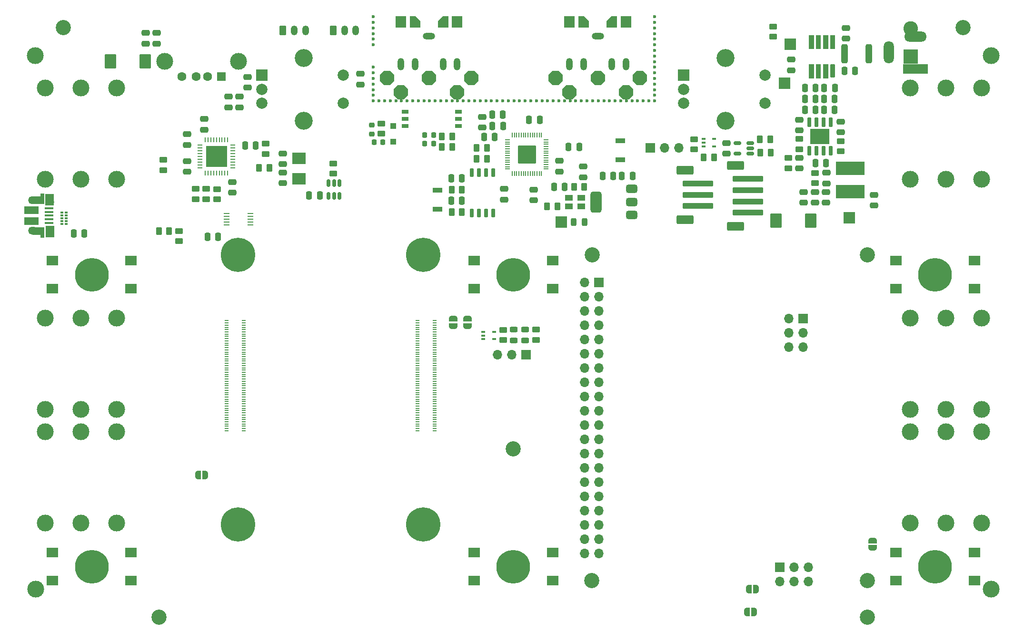
<source format=gbr>
%TF.GenerationSoftware,KiCad,Pcbnew,8.0.6+1*%
%TF.CreationDate,2024-12-16T18:12:13+00:00*%
%TF.ProjectId,pedalboard-hw,70656461-6c62-46f6-9172-642d68772e6b,4.0.1-RC*%
%TF.SameCoordinates,Original*%
%TF.FileFunction,Soldermask,Top*%
%TF.FilePolarity,Negative*%
%FSLAX46Y46*%
G04 Gerber Fmt 4.6, Leading zero omitted, Abs format (unit mm)*
G04 Created by KiCad (PCBNEW 8.0.6+1) date 2024-12-16 18:12:13*
%MOMM*%
%LPD*%
G01*
G04 APERTURE LIST*
G04 Aperture macros list*
%AMRoundRect*
0 Rectangle with rounded corners*
0 $1 Rounding radius*
0 $2 $3 $4 $5 $6 $7 $8 $9 X,Y pos of 4 corners*
0 Add a 4 corners polygon primitive as box body*
4,1,4,$2,$3,$4,$5,$6,$7,$8,$9,$2,$3,0*
0 Add four circle primitives for the rounded corners*
1,1,$1+$1,$2,$3*
1,1,$1+$1,$4,$5*
1,1,$1+$1,$6,$7*
1,1,$1+$1,$8,$9*
0 Add four rect primitives between the rounded corners*
20,1,$1+$1,$2,$3,$4,$5,0*
20,1,$1+$1,$4,$5,$6,$7,0*
20,1,$1+$1,$6,$7,$8,$9,0*
20,1,$1+$1,$8,$9,$2,$3,0*%
%AMFreePoly0*
4,1,19,0.500000,-0.750000,0.000000,-0.750000,0.000000,-0.744911,-0.071157,-0.744911,-0.207708,-0.704816,-0.327430,-0.627875,-0.420627,-0.520320,-0.479746,-0.390866,-0.500000,-0.250000,-0.500000,0.250000,-0.479746,0.390866,-0.420627,0.520320,-0.327430,0.627875,-0.207708,0.704816,-0.071157,0.744911,0.000000,0.744911,0.000000,0.750000,0.500000,0.750000,0.500000,-0.750000,0.500000,-0.750000,
$1*%
%AMFreePoly1*
4,1,19,0.000000,0.744911,0.071157,0.744911,0.207708,0.704816,0.327430,0.627875,0.420627,0.520320,0.479746,0.390866,0.500000,0.250000,0.500000,-0.250000,0.479746,-0.390866,0.420627,-0.520320,0.327430,-0.627875,0.207708,-0.704816,0.071157,-0.744911,0.000000,-0.744911,0.000000,-0.750000,-0.500000,-0.750000,-0.500000,0.750000,0.000000,0.750000,0.000000,0.744911,0.000000,0.744911,
$1*%
%AMFreePoly2*
4,1,17,0.553688,1.285921,1.285921,0.553688,1.300800,0.517767,1.300800,-0.517767,1.285921,-0.553688,0.553688,-1.285921,0.517767,-1.300800,-0.517767,-1.300800,-0.553688,-1.285921,-1.285921,-0.553688,-1.300800,-0.517767,-1.300800,0.517767,-1.285921,0.553688,-0.553688,1.285921,-0.517767,1.300800,0.517767,1.300800,0.553688,1.285921,0.553688,1.285921,$1*%
%AMFreePoly3*
4,1,14,0.935921,1.035921,0.950800,1.000000,0.950800,-0.100000,0.935921,-0.135921,0.035921,-1.035921,0.000000,-1.050800,-0.900000,-1.050800,-0.935921,-1.035921,-0.950800,-1.000000,-0.950800,1.000000,-0.935921,1.035921,-0.900000,1.050800,0.900000,1.050800,0.935921,1.035921,0.935921,1.035921,$1*%
%AMFreePoly4*
4,1,14,0.935921,1.035921,0.950800,1.000000,0.950800,-1.000000,0.935921,-1.035921,0.900000,-1.050800,0.000000,-1.050800,-0.035921,-1.035921,-0.935921,-0.135921,-0.950800,-0.100000,-0.950800,1.000000,-0.935921,1.035921,-0.900000,1.050800,0.900000,1.050800,0.935921,1.035921,0.935921,1.035921,$1*%
G04 Aperture macros list end*
%ADD10C,0.010000*%
%ADD11R,2.000000X2.000000*%
%ADD12RoundRect,0.250000X0.262500X0.450000X-0.262500X0.450000X-0.262500X-0.450000X0.262500X-0.450000X0*%
%ADD13RoundRect,0.250000X-0.262500X-0.450000X0.262500X-0.450000X0.262500X0.450000X-0.262500X0.450000X0*%
%ADD14RoundRect,0.250000X-0.250000X-0.475000X0.250000X-0.475000X0.250000X0.475000X-0.250000X0.475000X0*%
%ADD15RoundRect,0.250000X0.475000X-0.250000X0.475000X0.250000X-0.475000X0.250000X-0.475000X-0.250000X0*%
%ADD16C,2.700000*%
%ADD17C,3.000000*%
%ADD18O,1.200000X2.200000*%
%ADD19O,2.200000X1.200000*%
%ADD20RoundRect,0.250000X-0.475000X0.250000X-0.475000X-0.250000X0.475000X-0.250000X0.475000X0.250000X0*%
%ADD21R,4.400000X1.800000*%
%ADD22O,4.000000X1.800000*%
%ADD23O,1.800000X4.000000*%
%ADD24RoundRect,0.375000X0.625000X0.375000X-0.625000X0.375000X-0.625000X-0.375000X0.625000X-0.375000X0*%
%ADD25RoundRect,0.500000X0.500000X1.400000X-0.500000X1.400000X-0.500000X-1.400000X0.500000X-1.400000X0*%
%ADD26R,2.600000X2.600000*%
%ADD27C,2.600000*%
%ADD28RoundRect,0.250000X0.250000X0.475000X-0.250000X0.475000X-0.250000X-0.475000X0.250000X-0.475000X0*%
%ADD29RoundRect,0.250000X0.787500X1.025000X-0.787500X1.025000X-0.787500X-1.025000X0.787500X-1.025000X0*%
%ADD30R,1.700000X0.900000*%
%ADD31RoundRect,0.250000X-0.450000X0.262500X-0.450000X-0.262500X0.450000X-0.262500X0.450000X0.262500X0*%
%ADD32FreePoly0,0.000000*%
%ADD33FreePoly1,0.000000*%
%ADD34R,2.400000X2.000000*%
%ADD35R,1.700000X1.700000*%
%ADD36O,1.700000X1.700000*%
%ADD37R,1.400000X1.100000*%
%ADD38RoundRect,0.250000X0.450000X-0.262500X0.450000X0.262500X-0.450000X0.262500X-0.450000X-0.262500X0*%
%ADD39C,0.600000*%
%ADD40RoundRect,0.243750X0.243750X0.456250X-0.243750X0.456250X-0.243750X-0.456250X0.243750X-0.456250X0*%
%ADD41R,2.000000X1.800000*%
%ADD42FreePoly0,180.000000*%
%ADD43FreePoly1,180.000000*%
%ADD44FreePoly2,180.000000*%
%ADD45FreePoly2,270.000000*%
%ADD46FreePoly3,180.000000*%
%ADD47RoundRect,0.050800X0.900000X1.000000X-0.900000X1.000000X-0.900000X-1.000000X0.900000X-1.000000X0*%
%ADD48FreePoly4,180.000000*%
%ADD49C,2.000000*%
%ADD50C,3.200000*%
%ADD51R,3.400000X2.710000*%
%ADD52RoundRect,0.150000X-0.150000X0.737500X-0.150000X-0.737500X0.150000X-0.737500X0.150000X0.737500X0*%
%ADD53RoundRect,0.150000X0.150000X-0.512500X0.150000X0.512500X-0.150000X0.512500X-0.150000X-0.512500X0*%
%ADD54RoundRect,0.102000X-0.300000X-1.100000X0.300000X-1.100000X0.300000X1.100000X-0.300000X1.100000X0*%
%ADD55R,1.650000X0.400000*%
%ADD56R,0.700000X1.825000*%
%ADD57R,1.500000X2.000000*%
%ADD58R,2.000000X1.350000*%
%ADD59O,1.700000X1.350000*%
%ADD60O,1.500000X1.100000*%
%ADD61R,2.500000X1.430000*%
%ADD62FreePoly0,90.000000*%
%ADD63FreePoly1,90.000000*%
%ADD64RoundRect,0.062500X-0.062500X0.350000X-0.062500X-0.350000X0.062500X-0.350000X0.062500X0.350000X0*%
%ADD65RoundRect,0.062500X-0.350000X0.062500X-0.350000X-0.062500X0.350000X-0.062500X0.350000X0.062500X0*%
%ADD66R,3.700000X3.700000*%
%ADD67R,1.300000X0.800000*%
%ADD68R,1.100000X0.250000*%
%ADD69RoundRect,0.050000X0.050000X-0.387500X0.050000X0.387500X-0.050000X0.387500X-0.050000X-0.387500X0*%
%ADD70RoundRect,0.050000X0.387500X-0.050000X0.387500X0.050000X-0.387500X0.050000X-0.387500X-0.050000X0*%
%ADD71RoundRect,0.144000X1.456000X-1.456000X1.456000X1.456000X-1.456000X1.456000X-1.456000X-1.456000X0*%
%ADD72RoundRect,0.243750X-0.456250X0.243750X-0.456250X-0.243750X0.456250X-0.243750X0.456250X0.243750X0*%
%ADD73RoundRect,0.218750X-0.256250X0.218750X-0.256250X-0.218750X0.256250X-0.218750X0.256250X0.218750X0*%
%ADD74RoundRect,0.250000X-0.300000X0.300000X-0.300000X-0.300000X0.300000X-0.300000X0.300000X0.300000X0*%
%ADD75R,1.600000X1.500000*%
%ADD76C,1.600000*%
%ADD77RoundRect,0.218750X-0.218750X-0.256250X0.218750X-0.256250X0.218750X0.256250X-0.218750X0.256250X0*%
%ADD78RoundRect,0.250000X0.312500X1.450000X-0.312500X1.450000X-0.312500X-1.450000X0.312500X-1.450000X0*%
%ADD79RoundRect,0.250000X2.500000X-0.250000X2.500000X0.250000X-2.500000X0.250000X-2.500000X-0.250000X0*%
%ADD80RoundRect,0.250000X1.250000X-0.550000X1.250000X0.550000X-1.250000X0.550000X-1.250000X-0.550000X0*%
%ADD81RoundRect,0.150000X0.150000X-0.650000X0.150000X0.650000X-0.150000X0.650000X-0.150000X-0.650000X0*%
%ADD82C,6.100000*%
%ADD83R,0.700000X0.200000*%
%ADD84RoundRect,0.075000X0.200000X-0.075000X0.200000X0.075000X-0.200000X0.075000X-0.200000X-0.075000X0*%
%ADD85RoundRect,0.100000X-0.225000X-0.100000X0.225000X-0.100000X0.225000X0.100000X-0.225000X0.100000X0*%
%ADD86R,5.100000X2.350000*%
%ADD87RoundRect,0.150000X0.512500X0.150000X-0.512500X0.150000X-0.512500X-0.150000X0.512500X-0.150000X0*%
%ADD88C,6.000000*%
%ADD89RoundRect,0.250000X-0.350000X-0.625000X0.350000X-0.625000X0.350000X0.625000X-0.350000X0.625000X0*%
%ADD90O,1.200000X1.750000*%
G04 APERTURE END LIST*
D10*
%TO.C,Q1*%
X158360000Y-26758370D02*
X157557320Y-26758370D01*
X157557320Y-24360000D01*
X158360000Y-24360000D01*
X158360000Y-26758370D01*
G36*
X158360000Y-26758370D02*
G01*
X157557320Y-26758370D01*
X157557320Y-24360000D01*
X158360000Y-24360000D01*
X158360000Y-26758370D01*
G37*
X158360000Y-31961440D02*
X157559130Y-31961440D01*
X157559130Y-29560000D01*
X158360000Y-29560000D01*
X158360000Y-31961440D01*
G36*
X158360000Y-31961440D02*
G01*
X157559130Y-31961440D01*
X157559130Y-29560000D01*
X158360000Y-29560000D01*
X158360000Y-31961440D01*
G37*
X159610000Y-26757440D02*
X158808080Y-26757440D01*
X158808080Y-24360000D01*
X159610000Y-24360000D01*
X159610000Y-26757440D01*
G36*
X159610000Y-26757440D02*
G01*
X158808080Y-26757440D01*
X158808080Y-24360000D01*
X159610000Y-24360000D01*
X159610000Y-26757440D01*
G37*
X159610000Y-31962790D02*
X158809230Y-31962790D01*
X158809230Y-29560000D01*
X159610000Y-29560000D01*
X159610000Y-31962790D01*
G36*
X159610000Y-31962790D02*
G01*
X158809230Y-31962790D01*
X158809230Y-29560000D01*
X159610000Y-29560000D01*
X159610000Y-31962790D01*
G37*
X160910000Y-26758000D02*
X160110357Y-26758000D01*
X160110357Y-24360000D01*
X160910000Y-24360000D01*
X160910000Y-26758000D01*
G36*
X160910000Y-26758000D02*
G01*
X160110357Y-26758000D01*
X160110357Y-24360000D01*
X160910000Y-24360000D01*
X160910000Y-26758000D01*
G37*
X160910000Y-31967460D02*
X160110490Y-31967460D01*
X160110490Y-29560000D01*
X160910000Y-29560000D01*
X160910000Y-31967460D01*
G36*
X160910000Y-31967460D02*
G01*
X160110490Y-31967460D01*
X160110490Y-29560000D01*
X160910000Y-29560000D01*
X160910000Y-31967460D01*
G37*
X162160000Y-26758280D02*
X161361840Y-26758280D01*
X161361840Y-24360000D01*
X162160000Y-24360000D01*
X162160000Y-26758280D01*
G36*
X162160000Y-26758280D02*
G01*
X161361840Y-26758280D01*
X161361840Y-24360000D01*
X162160000Y-24360000D01*
X162160000Y-26758280D01*
G37*
%TD*%
D11*
%TO.C,TP3*%
X164760000Y-56860000D03*
%TD*%
D12*
%TO.C,R18*%
X150762500Y-45250000D03*
X148937500Y-45250000D03*
%TD*%
D13*
%TO.C,R21*%
X110977500Y-54810000D03*
X112802500Y-54810000D03*
%TD*%
D14*
%TO.C,C23*%
X114800000Y-44270000D03*
X116700000Y-44270000D03*
%TD*%
D15*
%TO.C,C48*%
X47010000Y-43910000D03*
X47010000Y-42010000D03*
%TD*%
D16*
%TO.C,H7*%
X168000000Y-121500000D03*
%TD*%
D17*
%TO.C,FID1*%
X20000000Y-28000000D03*
%TD*%
D13*
%TO.C,R10*%
X98487500Y-44460000D03*
X100312500Y-44460000D03*
%TD*%
D18*
%TO.C,J3*%
X125000000Y-29500000D03*
X122500000Y-29500000D03*
D19*
X120000000Y-24500000D03*
D18*
X115000000Y-29500000D03*
X117500000Y-29500000D03*
%TD*%
D15*
%TO.C,C21*%
X99440000Y-40800000D03*
X99440000Y-38900000D03*
%TD*%
D20*
%TO.C,C49*%
X47010000Y-46790000D03*
X47010000Y-48690000D03*
%TD*%
D15*
%TO.C,C29*%
X155840000Y-48110000D03*
X155840000Y-46210000D03*
%TD*%
D17*
%TO.C,FID2*%
X190005615Y-27994385D03*
%TD*%
D11*
%TO.C,TP1*%
X153220000Y-32930000D03*
%TD*%
D13*
%TO.C,R9*%
X94025000Y-55850000D03*
X95850000Y-55850000D03*
%TD*%
D17*
%TO.C,J8*%
X28050000Y-50000000D03*
X28050000Y-33770000D03*
X21700000Y-50000000D03*
X21700000Y-33770000D03*
X34400000Y-50000000D03*
X34400000Y-33770000D03*
%TD*%
%TO.C,J19*%
X28050000Y-111200000D03*
X28050000Y-94970000D03*
X21700000Y-111200000D03*
X21700000Y-94970000D03*
X34400000Y-111200000D03*
X34400000Y-94970000D03*
%TD*%
D15*
%TO.C,C28*%
X156650000Y-54170000D03*
X156650000Y-52270000D03*
%TD*%
D21*
%TO.C,J7*%
X176537200Y-30388600D03*
D22*
X176537200Y-24588600D03*
D23*
X171737200Y-27388600D03*
%TD*%
D24*
%TO.C,U5*%
X126040000Y-56350000D03*
X126040000Y-54050000D03*
D25*
X119740000Y-54050000D03*
D24*
X126040000Y-51750000D03*
%TD*%
D12*
%TO.C,R20*%
X140680100Y-46136600D03*
X138855100Y-46136600D03*
%TD*%
D26*
%TO.C,J6*%
X175637200Y-28198600D03*
D27*
X175637200Y-23198600D03*
%TD*%
D28*
%TO.C,C24*%
X122760000Y-49420000D03*
X120860000Y-49420000D03*
%TD*%
D15*
%TO.C,C44*%
X49980000Y-41210000D03*
X49980000Y-39310000D03*
%TD*%
D29*
%TO.C,C43*%
X39527500Y-29042400D03*
X33302500Y-29042400D03*
%TD*%
D30*
%TO.C,SW4*%
X124010000Y-46560000D03*
X124010000Y-43160000D03*
%TD*%
D13*
%TO.C,R6*%
X98487500Y-46360000D03*
X100312500Y-46360000D03*
%TD*%
D14*
%TO.C,C45*%
X57290000Y-43990000D03*
X59190000Y-43990000D03*
%TD*%
D28*
%TO.C,C15*%
X95837500Y-53850000D03*
X93937500Y-53850000D03*
%TD*%
D31*
%TO.C,R29*%
X72991000Y-47205300D03*
X72991000Y-49030300D03*
%TD*%
D32*
%TO.C,JP3*%
X48899998Y-102650000D03*
D33*
X50199998Y-102650000D03*
%TD*%
D15*
%TO.C,C42*%
X41524600Y-25877600D03*
X41524600Y-23977600D03*
%TD*%
D34*
%TO.C,Y1*%
X66840000Y-46270000D03*
X66840000Y-49970000D03*
%TD*%
D29*
%TO.C,C33*%
X157891500Y-57414200D03*
X151666500Y-57414200D03*
%TD*%
D13*
%TO.C,R8*%
X94025000Y-51850000D03*
X95850000Y-51850000D03*
%TD*%
D17*
%TO.C,J20*%
X28050000Y-91000000D03*
X28050000Y-74770000D03*
X21700000Y-91000000D03*
X21700000Y-74770000D03*
X34400000Y-91000000D03*
X34400000Y-74770000D03*
%TD*%
%TO.C,J22*%
X181950000Y-94995000D03*
X181950000Y-111225000D03*
X188300000Y-94995000D03*
X188300000Y-111225000D03*
X175600000Y-94995000D03*
X175600000Y-111225000D03*
%TD*%
D35*
%TO.C,J12*%
X129315000Y-44450000D03*
D36*
X131855000Y-44450000D03*
X134395000Y-44450000D03*
%TD*%
D31*
%TO.C,R25*%
X50380000Y-51751900D03*
X50380000Y-53576900D03*
%TD*%
D14*
%TO.C,C34*%
X158690000Y-47110000D03*
X160590000Y-47110000D03*
%TD*%
D31*
%TO.C,R28*%
X52280000Y-51761900D03*
X52280000Y-53586900D03*
%TD*%
D37*
%TO.C,Y2*%
X114900000Y-54887701D03*
X117100000Y-54887701D03*
X117100000Y-53287699D03*
X114900000Y-53287699D03*
%TD*%
D16*
%TO.C,H6*%
X118980000Y-121520000D03*
%TD*%
D38*
%TO.C,R15*%
X155830000Y-44682500D03*
X155830000Y-42857500D03*
%TD*%
D39*
%TO.C,H2*%
X80100000Y-21075000D03*
X80100000Y-22075000D03*
X80100000Y-23075000D03*
X80100000Y-24075000D03*
X80100000Y-25075000D03*
X80100000Y-26075000D03*
X80100000Y-30075000D03*
X80100000Y-31075000D03*
X80100000Y-32075000D03*
X80100000Y-33075000D03*
X80100000Y-34075000D03*
X80100000Y-35075000D03*
X80100000Y-36075000D03*
X81100000Y-36075000D03*
X82100000Y-36075000D03*
X83100000Y-36075000D03*
X84100000Y-36075000D03*
X85100000Y-36075000D03*
X86100000Y-36075000D03*
X87100000Y-36075000D03*
X88100000Y-36075000D03*
X89100000Y-36075000D03*
X90100000Y-36075000D03*
X91100000Y-36075000D03*
X92100000Y-36075000D03*
X93100000Y-36075000D03*
X94100000Y-36075000D03*
X95100000Y-36075000D03*
X96100000Y-36075000D03*
X97100000Y-36075000D03*
X98100000Y-36075000D03*
X99100000Y-36075000D03*
X100100000Y-36075000D03*
X101100000Y-36075000D03*
X102100000Y-36075000D03*
X103100000Y-36075000D03*
X104100000Y-36075000D03*
X105100000Y-36075000D03*
X106100000Y-36075000D03*
X107100000Y-36075000D03*
X108100000Y-36075000D03*
X109100000Y-36075000D03*
X110100000Y-36075000D03*
X111100000Y-36075000D03*
X112100000Y-36075000D03*
X113100000Y-36075000D03*
X114100000Y-36075000D03*
X115100000Y-36075000D03*
X116100000Y-36075000D03*
X117100000Y-36075000D03*
X118100000Y-36075000D03*
X119100000Y-36075000D03*
X120100000Y-36075000D03*
X121100000Y-36075000D03*
X122100000Y-36075000D03*
X123100000Y-36075000D03*
X124100000Y-36075000D03*
X125100000Y-36075000D03*
X126100000Y-36075000D03*
X127100000Y-36075000D03*
X128100000Y-36075000D03*
X129100000Y-36075000D03*
X130100000Y-21075000D03*
X130100000Y-22075000D03*
X130100000Y-23075000D03*
X130100000Y-24075000D03*
X130100000Y-25075000D03*
X130100000Y-26075000D03*
X130100000Y-27075000D03*
X130100000Y-28075000D03*
X130100000Y-29075000D03*
X130100000Y-30075000D03*
X130100000Y-31075000D03*
X130100000Y-32075000D03*
X130100000Y-33075000D03*
X130100000Y-34075000D03*
X130100000Y-35075000D03*
X130100000Y-36075000D03*
%TD*%
D40*
%TO.C,D2*%
X117637500Y-57680000D03*
X115762500Y-57680000D03*
%TD*%
D41*
%TO.C,SW6*%
X98000000Y-64500000D03*
X112000000Y-64500000D03*
X98000000Y-69500000D03*
X112000000Y-69500000D03*
%TD*%
D17*
%TO.C,FID4*%
X190005615Y-122994385D03*
%TD*%
D15*
%TO.C,C8*%
X154420000Y-30620000D03*
X154420000Y-28720000D03*
%TD*%
%TO.C,C37*%
X169130000Y-54680000D03*
X169130000Y-52780000D03*
%TD*%
D38*
%TO.C,R7*%
X137120000Y-44702500D03*
X137120000Y-42877500D03*
%TD*%
D30*
%TO.C,SW3*%
X91510000Y-55350000D03*
X91510000Y-51950000D03*
%TD*%
D38*
%TO.C,R13*%
X163210000Y-45042500D03*
X163210000Y-43217500D03*
%TD*%
D42*
%TO.C,JP6*%
X147850000Y-127100000D03*
D43*
X146550000Y-127100000D03*
%TD*%
D16*
%TO.C,H1*%
X25000000Y-23000000D03*
%TD*%
D15*
%TO.C,C32*%
X160620000Y-54170000D03*
X160620000Y-52270000D03*
%TD*%
D17*
%TO.C,J5*%
X181965000Y-33800000D03*
X181965000Y-50030000D03*
X188315000Y-33800000D03*
X188315000Y-50030000D03*
X175615000Y-33800000D03*
X175615000Y-50030000D03*
%TD*%
D31*
%TO.C,R26*%
X48480000Y-51751900D03*
X48480000Y-53576900D03*
%TD*%
D15*
%TO.C,C30*%
X163210000Y-41670000D03*
X163210000Y-39770000D03*
%TD*%
D42*
%TO.C,JP5*%
X148150000Y-123000000D03*
D43*
X146850000Y-123000000D03*
%TD*%
D31*
%TO.C,R23*%
X45508200Y-59219500D03*
X45508200Y-61044500D03*
%TD*%
D16*
%TO.C,H4*%
X168000000Y-63500000D03*
%TD*%
D44*
%TO.C,J4*%
X112500000Y-32000000D03*
D45*
X120000000Y-32000000D03*
D44*
X127500000Y-32000000D03*
X115000000Y-34500000D03*
X125000000Y-34500000D03*
D46*
X122500000Y-22000000D03*
D47*
X125000000Y-22000000D03*
X115000000Y-22000000D03*
D48*
X117500000Y-22000000D03*
%TD*%
D16*
%TO.C,H5*%
X119000000Y-63500000D03*
%TD*%
D20*
%TO.C,C35*%
X155840000Y-39420000D03*
X155840000Y-41320000D03*
%TD*%
D11*
%TO.C,SW1*%
X60250000Y-31500000D03*
D49*
X60250000Y-36500000D03*
X60250000Y-34000000D03*
D50*
X67750000Y-28400000D03*
X67750000Y-39600000D03*
D49*
X74750000Y-36500000D03*
X74750000Y-31500000D03*
%TD*%
D28*
%TO.C,C9*%
X158750000Y-35690000D03*
X156850000Y-35690000D03*
%TD*%
D51*
%TO.C,U6*%
X159520000Y-42400000D03*
D52*
X161425000Y-39837500D03*
X160155000Y-39837500D03*
X158885000Y-39837500D03*
X157615000Y-39837500D03*
X157615000Y-44962500D03*
X158885000Y-44962500D03*
X160155000Y-44962500D03*
X161425000Y-44962500D03*
%TD*%
D28*
%TO.C,C18*%
X95861200Y-49895800D03*
X93961200Y-49895800D03*
%TD*%
D15*
%TO.C,C41*%
X39564600Y-25877600D03*
X39564600Y-23977600D03*
%TD*%
D12*
%TO.C,R22*%
X43779100Y-59217600D03*
X41954100Y-59217600D03*
%TD*%
D38*
%TO.C,R3*%
X81546600Y-41908900D03*
X81546600Y-40083900D03*
%TD*%
D20*
%TO.C,C19*%
X103350000Y-51750000D03*
X103350000Y-53650000D03*
%TD*%
D53*
%TO.C,U10*%
X72142600Y-53014500D03*
X73092600Y-53014500D03*
X74042600Y-53014500D03*
X74042600Y-50739500D03*
X73092600Y-50739500D03*
X72142600Y-50739500D03*
%TD*%
D16*
%TO.C,H15*%
X168000000Y-128000000D03*
%TD*%
D13*
%TO.C,R27*%
X59787500Y-47980000D03*
X61612500Y-47980000D03*
%TD*%
D14*
%TO.C,C50*%
X26800000Y-59650000D03*
X28700000Y-59650000D03*
%TD*%
D54*
%TO.C,Q1*%
X161765000Y-30760000D03*
%TD*%
D13*
%TO.C,R11*%
X115787500Y-51387700D03*
X117612500Y-51387700D03*
%TD*%
D20*
%TO.C,C51*%
X57700000Y-31800000D03*
X57700000Y-33700000D03*
%TD*%
%TO.C,C1*%
X77800000Y-31250000D03*
X77800000Y-33150000D03*
%TD*%
D14*
%TO.C,C3*%
X160280000Y-33730000D03*
X162180000Y-33730000D03*
%TD*%
D35*
%TO.C,J16*%
X107225000Y-81300000D03*
D36*
X104685000Y-81300000D03*
X102145000Y-81300000D03*
%TD*%
D28*
%TO.C,C2*%
X165780000Y-30730000D03*
X163880000Y-30730000D03*
%TD*%
D17*
%TO.C,J18*%
X181950000Y-74780000D03*
X181950000Y-91010000D03*
X188300000Y-74780000D03*
X188300000Y-91010000D03*
X175600000Y-74780000D03*
X175600000Y-91010000D03*
%TD*%
D15*
%TO.C,C4*%
X164170000Y-24980000D03*
X164170000Y-23080000D03*
%TD*%
D55*
%TO.C,J9*%
X22435000Y-55175000D03*
X22435000Y-55825000D03*
X22435000Y-56475000D03*
X22435000Y-57125000D03*
X22435000Y-57775000D03*
D56*
X21235000Y-53525000D03*
D57*
X22535000Y-53625000D03*
D58*
X20485000Y-53745000D03*
D59*
X19555000Y-53745000D03*
D60*
X22555000Y-54055000D03*
D61*
X19285000Y-55515000D03*
X19285000Y-57435000D03*
D60*
X22555000Y-58895000D03*
D59*
X19555000Y-59205000D03*
D58*
X20485000Y-59225000D03*
D57*
X22555000Y-59375000D03*
D56*
X21235000Y-59475000D03*
%TD*%
D15*
%TO.C,C36*%
X158630000Y-54180000D03*
X158630000Y-52280000D03*
%TD*%
D20*
%TO.C,C40*%
X54350000Y-35300000D03*
X54350000Y-37200000D03*
%TD*%
D62*
%TO.C,JP4*%
X168900000Y-115650000D03*
D63*
X168900000Y-114350000D03*
%TD*%
D41*
%TO.C,SW5*%
X23000000Y-64500000D03*
X37000000Y-64500000D03*
X23000000Y-69500000D03*
X37000000Y-69500000D03*
%TD*%
D64*
%TO.C,U9*%
X54190000Y-43022500D03*
X53690000Y-43022500D03*
X53190000Y-43022500D03*
X52690000Y-43022500D03*
X52190000Y-43022500D03*
X51690000Y-43022500D03*
X51190000Y-43022500D03*
X50690000Y-43022500D03*
X50190000Y-43022500D03*
D65*
X49252500Y-43960000D03*
X49252500Y-44460000D03*
X49252500Y-44960000D03*
X49252500Y-45460000D03*
X49252500Y-45960000D03*
X49252500Y-46460000D03*
X49252500Y-46960000D03*
X49252500Y-47460000D03*
X49252500Y-47960000D03*
D64*
X50190000Y-48897500D03*
X50690000Y-48897500D03*
X51190000Y-48897500D03*
X51690000Y-48897500D03*
X52190000Y-48897500D03*
X52690000Y-48897500D03*
X53190000Y-48897500D03*
X53690000Y-48897500D03*
X54190000Y-48897500D03*
D65*
X55127500Y-47960000D03*
X55127500Y-47460000D03*
X55127500Y-46960000D03*
X55127500Y-46460000D03*
X55127500Y-45960000D03*
X55127500Y-45460000D03*
X55127500Y-44960000D03*
X55127500Y-44460000D03*
X55127500Y-43960000D03*
D66*
X52190000Y-45960000D03*
%TD*%
D67*
%TO.C,U2*%
X85711600Y-38001400D03*
X85711600Y-39271400D03*
X85711600Y-40541400D03*
X95211600Y-40541400D03*
X95211600Y-39271400D03*
X95211600Y-38001400D03*
%TD*%
D68*
%TO.C,U8*%
X58270000Y-58110000D03*
X58270000Y-57610000D03*
X58270000Y-57110000D03*
X58270000Y-56610000D03*
X58270000Y-56110000D03*
X53970000Y-56110000D03*
X53970000Y-56610000D03*
X53970000Y-57110000D03*
X53970000Y-57610000D03*
X53970000Y-58110000D03*
%TD*%
D12*
%TO.C,R4*%
X94121500Y-42391400D03*
X92296500Y-42391400D03*
%TD*%
D38*
%TO.C,R16*%
X109040000Y-78615000D03*
X109040000Y-76790000D03*
%TD*%
D62*
%TO.C,JP2*%
X96800000Y-76150000D03*
D63*
X96800000Y-74850000D03*
%TD*%
D62*
%TO.C,JP1*%
X94300000Y-76150000D03*
D63*
X94300000Y-74850000D03*
%TD*%
D38*
%TO.C,R24*%
X60970000Y-45532500D03*
X60970000Y-43707500D03*
%TD*%
D69*
%TO.C,U3*%
X104800000Y-49037500D03*
X105200000Y-49037500D03*
X105600000Y-49037500D03*
X106000000Y-49037500D03*
X106400000Y-49037500D03*
X106800000Y-49037500D03*
X107200000Y-49037500D03*
X107600000Y-49037500D03*
X108000000Y-49037500D03*
X108400000Y-49037500D03*
X108800000Y-49037500D03*
X109200000Y-49037500D03*
X109600000Y-49037500D03*
X110000000Y-49037500D03*
D70*
X110837500Y-48200000D03*
X110837500Y-47800000D03*
X110837500Y-47400000D03*
X110837500Y-47000000D03*
X110837500Y-46600000D03*
X110837500Y-46200000D03*
X110837500Y-45800000D03*
X110837500Y-45400000D03*
X110837500Y-45000000D03*
X110837500Y-44600000D03*
X110837500Y-44200000D03*
X110837500Y-43800000D03*
X110837500Y-43400000D03*
X110837500Y-43000000D03*
D69*
X110000000Y-42162500D03*
X109600000Y-42162500D03*
X109200000Y-42162500D03*
X108800000Y-42162500D03*
X108400000Y-42162500D03*
X108000000Y-42162500D03*
X107600000Y-42162500D03*
X107200000Y-42162500D03*
X106800000Y-42162500D03*
X106400000Y-42162500D03*
X106000000Y-42162500D03*
X105600000Y-42162500D03*
X105200000Y-42162500D03*
X104800000Y-42162500D03*
D70*
X103962500Y-43000000D03*
X103962500Y-43400000D03*
X103962500Y-43800000D03*
X103962500Y-44200000D03*
X103962500Y-44600000D03*
X103962500Y-45000000D03*
X103962500Y-45400000D03*
X103962500Y-45800000D03*
X103962500Y-46200000D03*
X103962500Y-46600000D03*
X103962500Y-47000000D03*
X103962500Y-47400000D03*
X103962500Y-47800000D03*
X103962500Y-48200000D03*
D71*
X107400000Y-45600000D03*
%TD*%
D28*
%TO.C,C46*%
X52470000Y-60300000D03*
X50570000Y-60300000D03*
%TD*%
D72*
%TO.C,D7*%
X105090000Y-76815000D03*
X105090000Y-78690000D03*
%TD*%
D28*
%TO.C,C38*%
X70588200Y-52943800D03*
X68688200Y-52943800D03*
%TD*%
%TO.C,C27*%
X126180000Y-49450000D03*
X124280000Y-49450000D03*
%TD*%
D14*
%TO.C,C10*%
X160260000Y-35710000D03*
X162160000Y-35710000D03*
%TD*%
D12*
%TO.C,R19*%
X150662500Y-42950000D03*
X148837500Y-42950000D03*
%TD*%
D38*
%TO.C,R12*%
X153910000Y-48042500D03*
X153910000Y-46217500D03*
%TD*%
D14*
%TO.C,C13*%
X107790000Y-39460000D03*
X109690000Y-39460000D03*
%TD*%
D13*
%TO.C,R5*%
X92296500Y-44291400D03*
X94121500Y-44291400D03*
%TD*%
D73*
%TO.C,L4*%
X79821600Y-40408900D03*
X79821600Y-41983900D03*
%TD*%
D74*
%TO.C,D1*%
X83661600Y-40521400D03*
X83661600Y-43321400D03*
%TD*%
D75*
%TO.C,J10*%
X53080000Y-31750000D03*
D76*
X50580000Y-31750000D03*
X48580000Y-31750000D03*
X46080000Y-31750000D03*
D17*
X56150000Y-29040000D03*
X43010000Y-29040000D03*
%TD*%
D28*
%TO.C,C17*%
X103140000Y-38540000D03*
X101240000Y-38540000D03*
%TD*%
D38*
%TO.C,R1*%
X151197600Y-24646300D03*
X151197600Y-22821300D03*
%TD*%
D77*
%TO.C,L1*%
X80234100Y-43421400D03*
X81809100Y-43421400D03*
%TD*%
D28*
%TO.C,C22*%
X114150000Y-51387700D03*
X112250000Y-51387700D03*
%TD*%
D78*
%TO.C,F1*%
X168207500Y-27710000D03*
X163932500Y-27710000D03*
%TD*%
D79*
%TO.C,J28*%
X137800000Y-54800000D03*
X137800000Y-52800000D03*
X137800000Y-50800000D03*
D80*
X135550000Y-57200000D03*
X135550000Y-48400000D03*
%TD*%
D41*
%TO.C,SW10*%
X173000000Y-116500000D03*
X187000000Y-116500000D03*
X173000000Y-121500000D03*
X187000000Y-121500000D03*
%TD*%
D81*
%TO.C,U4*%
X97595000Y-56050000D03*
X98865000Y-56050000D03*
X100135000Y-56050000D03*
X101405000Y-56050000D03*
X101405000Y-48850000D03*
X100135000Y-48850000D03*
X98865000Y-48850000D03*
X97595000Y-48850000D03*
%TD*%
D20*
%TO.C,C47*%
X55030000Y-50490000D03*
X55030000Y-52390000D03*
%TD*%
D82*
%TO.C,CM1*%
X89000000Y-111500000D03*
X89000000Y-63500000D03*
X56000000Y-111500000D03*
X56000000Y-63500000D03*
D83*
X91000000Y-94800000D03*
X87920000Y-94800000D03*
X91000000Y-94400000D03*
X87920000Y-94400000D03*
X91000000Y-94000000D03*
X87920000Y-94000000D03*
X91000000Y-93600000D03*
X87920000Y-93600000D03*
X91000000Y-93200000D03*
X87920000Y-93200000D03*
X91000000Y-92800000D03*
X87920000Y-92800000D03*
X91000000Y-92400000D03*
X87920000Y-92400000D03*
X91000000Y-92000000D03*
X87920000Y-92000000D03*
X91000000Y-91600000D03*
X87920000Y-91600000D03*
X91000000Y-91200000D03*
X87920000Y-91200000D03*
X91000000Y-90800000D03*
X87920000Y-90800000D03*
X91000000Y-90400000D03*
X87920000Y-90400000D03*
X91000000Y-90000000D03*
X87920000Y-90000000D03*
X91000000Y-89600000D03*
X87920000Y-89600000D03*
X91000000Y-89200000D03*
X87920000Y-89200000D03*
X91000000Y-88800000D03*
X87920000Y-88800000D03*
X91000000Y-88400000D03*
X87920000Y-88400000D03*
X91000000Y-88000000D03*
X87920000Y-88000000D03*
X91000000Y-87600000D03*
X87920000Y-87600000D03*
X91000000Y-87200000D03*
X87920000Y-87200000D03*
X91000000Y-86800000D03*
X87920000Y-86800000D03*
X91000000Y-86400000D03*
X87920000Y-86400000D03*
X91000000Y-86000000D03*
X87920000Y-86000000D03*
X91000000Y-85600000D03*
X87920000Y-85600000D03*
X91000000Y-85200000D03*
X87920000Y-85200000D03*
X91000000Y-84800000D03*
X87920000Y-84800000D03*
X91000000Y-84400000D03*
X87920000Y-84400000D03*
X91000000Y-84000000D03*
X87920000Y-84000000D03*
X91000000Y-83600000D03*
X87920000Y-83600000D03*
X91000000Y-83200000D03*
X87920000Y-83200000D03*
X91000000Y-82800000D03*
X87920000Y-82800000D03*
X91000000Y-82400000D03*
X87920000Y-82400000D03*
X91000000Y-82000000D03*
X87920000Y-82000000D03*
X91000000Y-81600000D03*
X87920000Y-81600000D03*
X91000000Y-81200000D03*
X87920000Y-81200000D03*
X91000000Y-80800000D03*
X87920000Y-80800000D03*
X91000000Y-80400000D03*
X87920000Y-80400000D03*
X91000000Y-80000000D03*
X87920000Y-80000000D03*
X91000000Y-79600000D03*
X87920000Y-79600000D03*
X91000000Y-79200000D03*
X87920000Y-79200000D03*
X91000000Y-78800000D03*
X87920000Y-78800000D03*
X91000000Y-78400000D03*
X87920000Y-78400000D03*
X91000000Y-78000000D03*
X87920000Y-78000000D03*
X91000000Y-77600000D03*
X87920000Y-77600000D03*
X91000000Y-77200000D03*
X87920000Y-77200000D03*
X91000000Y-76800000D03*
X87920000Y-76800000D03*
X91000000Y-76400000D03*
X87920000Y-76400000D03*
X91000000Y-76000000D03*
X87920000Y-76000000D03*
X91000000Y-75600000D03*
X87920000Y-75600000D03*
X91000000Y-75200000D03*
X87920000Y-75200000D03*
X57080000Y-94800000D03*
X54000000Y-94800000D03*
X57080000Y-94400000D03*
X54000000Y-94400000D03*
X57080000Y-94000000D03*
X54000000Y-94000000D03*
X57080000Y-93600000D03*
X54000000Y-93600000D03*
X57080000Y-93200000D03*
X54000000Y-93200000D03*
X57080000Y-92800000D03*
X54000000Y-92800000D03*
X57080000Y-92400000D03*
X54000000Y-92400000D03*
X57080000Y-92000000D03*
X54000000Y-92000000D03*
X57080000Y-91600000D03*
X54000000Y-91600000D03*
X57080000Y-91200000D03*
X54000000Y-91200000D03*
X57080000Y-90800000D03*
X54000000Y-90800000D03*
X57080000Y-90400000D03*
X54000000Y-90400000D03*
X57080000Y-90000000D03*
X54000000Y-90000000D03*
X57080000Y-89600000D03*
X54000000Y-89600000D03*
X57080000Y-89200000D03*
X54000000Y-89200000D03*
X57080000Y-88800000D03*
X54000000Y-88800000D03*
X57080000Y-88400000D03*
X54000000Y-88400000D03*
X57080000Y-88000000D03*
X54000000Y-88000000D03*
X57080000Y-87600000D03*
X54000000Y-87600000D03*
X57080000Y-87200000D03*
X54000000Y-87200000D03*
X57080000Y-86800000D03*
X54000000Y-86800000D03*
X57080000Y-86400000D03*
X54000000Y-86400000D03*
X57080000Y-86000000D03*
X54000000Y-86000000D03*
X57080000Y-85600000D03*
X54000000Y-85600000D03*
X57080000Y-85200000D03*
X54000000Y-85200000D03*
X57080000Y-84800000D03*
X54000000Y-84800000D03*
X57080000Y-84400000D03*
X54000000Y-84400000D03*
X57080000Y-84000000D03*
X54000000Y-84000000D03*
X57080000Y-83600000D03*
X54000000Y-83600000D03*
X57080000Y-83200000D03*
X54000000Y-83200000D03*
X57080000Y-82800000D03*
X54000000Y-82800000D03*
X57080000Y-82400000D03*
X54000000Y-82400000D03*
X57080000Y-82000000D03*
X54000000Y-82000000D03*
X57080000Y-81600000D03*
X54000000Y-81600000D03*
X57080000Y-81200000D03*
X54000000Y-81200000D03*
X57080000Y-80800000D03*
X54000000Y-80800000D03*
X57080000Y-80400000D03*
X54000000Y-80400000D03*
X57080000Y-80000000D03*
X54000000Y-80000000D03*
X57080000Y-79600000D03*
X54000000Y-79600000D03*
X57080000Y-79200000D03*
X54000000Y-79200000D03*
X57080000Y-78800000D03*
X54000000Y-78800000D03*
X57080000Y-78400000D03*
X54000000Y-78400000D03*
X57080000Y-78000000D03*
X54000000Y-78000000D03*
X57080000Y-77600000D03*
X54000000Y-77600000D03*
X57080000Y-77200000D03*
X54000000Y-77200000D03*
X57080000Y-76800000D03*
X54000000Y-76800000D03*
X57080000Y-76400000D03*
X54000000Y-76400000D03*
X57080000Y-76000000D03*
X54000000Y-76000000D03*
X57080000Y-75600000D03*
X54000000Y-75600000D03*
X57080000Y-75200000D03*
X54000000Y-75200000D03*
%TD*%
D17*
%TO.C,FID3*%
X20005615Y-122994385D03*
%TD*%
D41*
%TO.C,SW7*%
X173000000Y-64500000D03*
X187000000Y-64500000D03*
X173000000Y-69500000D03*
X187000000Y-69500000D03*
%TD*%
D28*
%TO.C,C5*%
X158740000Y-37670000D03*
X156840000Y-37670000D03*
%TD*%
D16*
%TO.C,H14*%
X42000000Y-128000000D03*
%TD*%
D28*
%TO.C,C6*%
X158770000Y-33730000D03*
X156870000Y-33730000D03*
%TD*%
D41*
%TO.C,SW8*%
X23000000Y-116500000D03*
X37000000Y-116500000D03*
X23000000Y-121500000D03*
X37000000Y-121500000D03*
%TD*%
D14*
%TO.C,C7*%
X160250000Y-37680000D03*
X162150000Y-37680000D03*
%TD*%
D38*
%TO.C,R17*%
X103190000Y-78665000D03*
X103190000Y-76840000D03*
%TD*%
D20*
%TO.C,C16*%
X113200000Y-46750000D03*
X113200000Y-48650000D03*
%TD*%
D31*
%TO.C,R14*%
X158670000Y-48887500D03*
X158670000Y-50712500D03*
%TD*%
D16*
%TO.C,H3*%
X185005615Y-22994385D03*
%TD*%
D72*
%TO.C,D6*%
X107090000Y-76815000D03*
X107090000Y-78690000D03*
%TD*%
D28*
%TO.C,C14*%
X103150000Y-40500000D03*
X101250000Y-40500000D03*
%TD*%
D77*
%TO.C,L2*%
X89221500Y-43647400D03*
X90796500Y-43647400D03*
%TD*%
D84*
%TO.C,U11*%
X25435000Y-57950000D03*
X25435000Y-57450000D03*
X25435000Y-56950000D03*
X25435000Y-56450000D03*
X25435000Y-55950000D03*
X24665000Y-55950000D03*
X24665000Y-56450000D03*
X24665000Y-56950000D03*
X24665000Y-57450000D03*
X24665000Y-57950000D03*
%TD*%
D11*
%TO.C,TP2*%
X154230000Y-25940000D03*
%TD*%
D15*
%TO.C,C11*%
X63960000Y-47310000D03*
X63960000Y-45410000D03*
%TD*%
D31*
%TO.C,R2*%
X42700000Y-46547500D03*
X42700000Y-48372500D03*
%TD*%
D85*
%TO.C,U1*%
X138800000Y-42850000D03*
X138800000Y-43500000D03*
X138800000Y-44150000D03*
X140700000Y-44150000D03*
X140700000Y-42850000D03*
%TD*%
D11*
%TO.C,SW2*%
X135250000Y-31500000D03*
D49*
X135250000Y-36500000D03*
X135250000Y-34000000D03*
D50*
X142750000Y-28400000D03*
X142750000Y-39600000D03*
D49*
X149750000Y-36500000D03*
X149750000Y-31500000D03*
%TD*%
D16*
%TO.C,H16*%
X105000000Y-98000000D03*
%TD*%
D41*
%TO.C,SW9*%
X98000000Y-116500000D03*
X112000000Y-116500000D03*
X98000000Y-121500000D03*
X112000000Y-121500000D03*
%TD*%
D85*
%TO.C,U7*%
X99640600Y-77202500D03*
X99640600Y-77852500D03*
X99640600Y-78502500D03*
X101540600Y-78502500D03*
X101540600Y-77202500D03*
%TD*%
D20*
%TO.C,C20*%
X108640000Y-51850000D03*
X108640000Y-53750000D03*
%TD*%
D15*
%TO.C,C26*%
X117400000Y-49650000D03*
X117400000Y-47750000D03*
%TD*%
%TO.C,C31*%
X160670000Y-50770000D03*
X160670000Y-48870000D03*
%TD*%
D11*
%TO.C,TP4*%
X113490000Y-57660000D03*
%TD*%
D44*
%TO.C,J2*%
X82500000Y-32000000D03*
D45*
X90000000Y-32000000D03*
D44*
X97500000Y-32000000D03*
X85000000Y-34500000D03*
X95000000Y-34500000D03*
D46*
X92500000Y-22000000D03*
D47*
X95000000Y-22000000D03*
X85000000Y-22000000D03*
D48*
X87500000Y-22000000D03*
%TD*%
D86*
%TO.C,L5*%
X164900000Y-48065000D03*
X164900000Y-52215000D03*
%TD*%
D87*
%TO.C,U12*%
X147137500Y-45450000D03*
X147137500Y-44500000D03*
X147137500Y-43550000D03*
X144862500Y-43550000D03*
X144862500Y-45450000D03*
%TD*%
D20*
%TO.C,C25*%
X63960000Y-48810000D03*
X63960000Y-50710000D03*
%TD*%
D28*
%TO.C,C12*%
X101680000Y-42530000D03*
X99780000Y-42530000D03*
%TD*%
D20*
%TO.C,C52*%
X142900000Y-43550000D03*
X142900000Y-45450000D03*
%TD*%
D79*
%TO.C,J14*%
X146736600Y-55969200D03*
X146736600Y-53969200D03*
X146736600Y-51969200D03*
X146736600Y-49969200D03*
D80*
X144486600Y-58369200D03*
X144486600Y-47569200D03*
%TD*%
D77*
%TO.C,L3*%
X89221500Y-42174200D03*
X90796500Y-42174200D03*
%TD*%
D18*
%TO.C,J1*%
X94994500Y-29500000D03*
X92494500Y-29500000D03*
D19*
X89994500Y-24500000D03*
D18*
X84994500Y-29500000D03*
X87494500Y-29500000D03*
%TD*%
D20*
%TO.C,C39*%
X56310000Y-35300000D03*
X56310000Y-37200000D03*
%TD*%
D88*
%TO.C,H13*%
X30000000Y-119000000D03*
%TD*%
%TO.C,H9*%
X105000000Y-67000000D03*
%TD*%
%TO.C,H10*%
X30000000Y-67000000D03*
%TD*%
%TO.C,H8*%
X180000000Y-67000000D03*
%TD*%
%TO.C,H12*%
X105000000Y-119000000D03*
%TD*%
D89*
%TO.C,J25*%
X72960000Y-23490000D03*
D90*
X74960000Y-23490000D03*
X76960000Y-23490000D03*
%TD*%
D88*
%TO.C,H11*%
X180000000Y-119000000D03*
%TD*%
D35*
%TO.C,J27*%
X120250000Y-68375600D03*
D36*
X117710000Y-68375600D03*
X120250000Y-70915600D03*
X117710000Y-70915600D03*
X120250000Y-73455600D03*
X117710000Y-73455600D03*
X120250000Y-75995600D03*
X117710000Y-75995600D03*
X120250000Y-78535600D03*
X117710000Y-78535600D03*
X120250000Y-81075600D03*
X117710000Y-81075600D03*
X120250000Y-83615600D03*
X117710000Y-83615600D03*
X120250000Y-86155600D03*
X117710000Y-86155600D03*
X120250000Y-88695600D03*
X117710000Y-88695600D03*
X120250000Y-91235600D03*
X117710000Y-91235600D03*
X120250000Y-93775600D03*
X117710000Y-93775600D03*
X120250000Y-96315600D03*
X117710000Y-96315600D03*
X120250000Y-98855600D03*
X117710000Y-98855600D03*
X120250000Y-101395600D03*
X117710000Y-101395600D03*
X120250000Y-103935600D03*
X117710000Y-103935600D03*
X120250000Y-106475600D03*
X117710000Y-106475600D03*
X120250000Y-109015600D03*
X117710000Y-109015600D03*
X120250000Y-111555600D03*
X117710000Y-111555600D03*
X120250000Y-114095600D03*
X117710000Y-114095600D03*
X120250000Y-116635600D03*
X117710000Y-116635600D03*
D35*
X156555000Y-74845600D03*
D36*
X154015000Y-74845600D03*
X156555000Y-77385600D03*
X154015000Y-77385600D03*
X156555000Y-79925600D03*
X154015000Y-79925600D03*
D35*
X152380000Y-119150600D03*
D36*
X152380000Y-121690600D03*
X154920000Y-119150600D03*
X154920000Y-121690600D03*
X157460000Y-119150600D03*
X157460000Y-121690600D03*
%TD*%
D89*
%TO.C,J26*%
X64030000Y-23500000D03*
D90*
X66030000Y-23500000D03*
X68030000Y-23500000D03*
%TD*%
M02*

</source>
